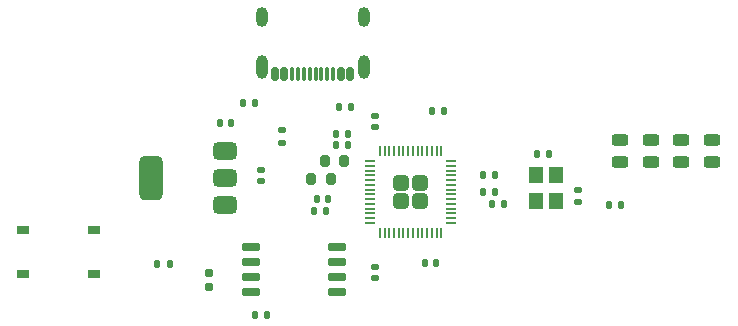
<source format=gtp>
G04 #@! TF.GenerationSoftware,KiCad,Pcbnew,8.0.4*
G04 #@! TF.CreationDate,2024-07-30T01:48:29-07:00*
G04 #@! TF.ProjectId,leverless_controller_3board,6c657665-726c-4657-9373-5f636f6e7472,rev?*
G04 #@! TF.SameCoordinates,Original*
G04 #@! TF.FileFunction,Paste,Top*
G04 #@! TF.FilePolarity,Positive*
%FSLAX46Y46*%
G04 Gerber Fmt 4.6, Leading zero omitted, Abs format (unit mm)*
G04 Created by KiCad (PCBNEW 8.0.4) date 2024-07-30 01:48:29*
%MOMM*%
%LPD*%
G01*
G04 APERTURE LIST*
G04 Aperture macros list*
%AMRoundRect*
0 Rectangle with rounded corners*
0 $1 Rounding radius*
0 $2 $3 $4 $5 $6 $7 $8 $9 X,Y pos of 4 corners*
0 Add a 4 corners polygon primitive as box body*
4,1,4,$2,$3,$4,$5,$6,$7,$8,$9,$2,$3,0*
0 Add four circle primitives for the rounded corners*
1,1,$1+$1,$2,$3*
1,1,$1+$1,$4,$5*
1,1,$1+$1,$6,$7*
1,1,$1+$1,$8,$9*
0 Add four rect primitives between the rounded corners*
20,1,$1+$1,$2,$3,$4,$5,0*
20,1,$1+$1,$4,$5,$6,$7,0*
20,1,$1+$1,$6,$7,$8,$9,0*
20,1,$1+$1,$8,$9,$2,$3,0*%
G04 Aperture macros list end*
%ADD10R,1.200000X1.400000*%
%ADD11RoundRect,0.243750X0.456250X-0.243750X0.456250X0.243750X-0.456250X0.243750X-0.456250X-0.243750X0*%
%ADD12RoundRect,0.140000X0.140000X0.170000X-0.140000X0.170000X-0.140000X-0.170000X0.140000X-0.170000X0*%
%ADD13RoundRect,0.140000X-0.140000X-0.170000X0.140000X-0.170000X0.140000X0.170000X-0.140000X0.170000X0*%
%ADD14R,1.000000X0.750000*%
%ADD15RoundRect,0.135000X0.135000X0.185000X-0.135000X0.185000X-0.135000X-0.185000X0.135000X-0.185000X0*%
%ADD16RoundRect,0.135000X-0.135000X-0.185000X0.135000X-0.185000X0.135000X0.185000X-0.135000X0.185000X0*%
%ADD17RoundRect,0.135000X-0.185000X0.135000X-0.185000X-0.135000X0.185000X-0.135000X0.185000X0.135000X0*%
%ADD18RoundRect,0.500000X0.500000X1.400000X-0.500000X1.400000X-0.500000X-1.400000X0.500000X-1.400000X0*%
%ADD19RoundRect,0.375000X0.625000X0.375000X-0.625000X0.375000X-0.625000X-0.375000X0.625000X-0.375000X0*%
%ADD20RoundRect,0.140000X0.170000X-0.140000X0.170000X0.140000X-0.170000X0.140000X-0.170000X-0.140000X0*%
%ADD21RoundRect,0.140000X-0.170000X0.140000X-0.170000X-0.140000X0.170000X-0.140000X0.170000X0.140000X0*%
%ADD22RoundRect,0.200000X-0.200000X-0.275000X0.200000X-0.275000X0.200000X0.275000X-0.200000X0.275000X0*%
%ADD23RoundRect,0.160000X-0.160000X0.197500X-0.160000X-0.197500X0.160000X-0.197500X0.160000X0.197500X0*%
%ADD24RoundRect,0.249999X0.395001X-0.395001X0.395001X0.395001X-0.395001X0.395001X-0.395001X-0.395001X0*%
%ADD25RoundRect,0.050000X0.050000X-0.387500X0.050000X0.387500X-0.050000X0.387500X-0.050000X-0.387500X0*%
%ADD26RoundRect,0.050000X0.387500X-0.050000X0.387500X0.050000X-0.387500X0.050000X-0.387500X-0.050000X0*%
%ADD27RoundRect,0.150000X0.150000X0.420000X-0.150000X0.420000X-0.150000X-0.420000X0.150000X-0.420000X0*%
%ADD28RoundRect,0.075000X0.075000X0.495000X-0.075000X0.495000X-0.075000X-0.495000X0.075000X-0.495000X0*%
%ADD29O,1.000000X2.000000*%
%ADD30O,1.000000X1.700000*%
%ADD31RoundRect,0.150000X0.650000X0.150000X-0.650000X0.150000X-0.650000X-0.150000X0.650000X-0.150000X0*%
G04 APERTURE END LIST*
D10*
G04 #@! TO.C,Y1*
X96996000Y-37630000D03*
X96996000Y-35430000D03*
X95296000Y-35430000D03*
X95296000Y-37630000D03*
G04 #@! TD*
D11*
G04 #@! TO.C,D4*
X110190000Y-34350000D03*
X110190000Y-32475000D03*
G04 #@! TD*
D12*
G04 #@! TO.C,C9*
X77480000Y-38500000D03*
X76520000Y-38500000D03*
G04 #@! TD*
G04 #@! TO.C,C7*
X79360000Y-31930000D03*
X78400000Y-31930000D03*
G04 #@! TD*
D11*
G04 #@! TO.C,D2*
X105010000Y-34350000D03*
X105010000Y-32475000D03*
G04 #@! TD*
D13*
G04 #@! TO.C,C8*
X90840000Y-35430000D03*
X91800000Y-35430000D03*
G04 #@! TD*
D14*
G04 #@! TO.C,SW1*
X51905000Y-40055000D03*
X57905000Y-40055000D03*
X51905000Y-43805000D03*
X57905000Y-43805000D03*
G04 #@! TD*
D15*
G04 #@! TO.C,R4*
X92590000Y-37856000D03*
X91570000Y-37856000D03*
G04 #@! TD*
D11*
G04 #@! TO.C,D1*
X102420000Y-34350000D03*
X102420000Y-32475000D03*
G04 #@! TD*
D13*
G04 #@! TO.C,C15*
X86520000Y-30000000D03*
X87480000Y-30000000D03*
G04 #@! TD*
D16*
G04 #@! TO.C,R5*
X63251000Y-42936000D03*
X64271000Y-42936000D03*
G04 #@! TD*
D17*
G04 #@! TO.C,R2*
X73822000Y-31668000D03*
X73822000Y-32688000D03*
G04 #@! TD*
D18*
G04 #@! TO.C,U2*
X62672000Y-35678000D03*
D19*
X68972000Y-37978000D03*
X68972000Y-35678000D03*
X68972000Y-33378000D03*
G04 #@! TD*
D20*
G04 #@! TO.C,C11*
X81700000Y-31380000D03*
X81700000Y-30420000D03*
G04 #@! TD*
D12*
G04 #@! TO.C,C10*
X77730000Y-37500000D03*
X76770000Y-37500000D03*
G04 #@! TD*
G04 #@! TO.C,C6*
X79360000Y-32930000D03*
X78400000Y-32930000D03*
G04 #@! TD*
D21*
G04 #@! TO.C,C12*
X81630000Y-43200000D03*
X81630000Y-44160000D03*
G04 #@! TD*
G04 #@! TO.C,C3*
X98852000Y-36728000D03*
X98852000Y-37688000D03*
G04 #@! TD*
D22*
G04 #@! TO.C,R7*
X77425000Y-34250000D03*
X79075000Y-34250000D03*
G04 #@! TD*
D23*
G04 #@! TO.C,R6*
X67571000Y-43735500D03*
X67571000Y-44930500D03*
G04 #@! TD*
D13*
G04 #@! TO.C,C5*
X71536000Y-47254000D03*
X72496000Y-47254000D03*
G04 #@! TD*
D11*
G04 #@! TO.C,D3*
X107600000Y-34350000D03*
X107600000Y-32475000D03*
G04 #@! TD*
D13*
G04 #@! TO.C,C13*
X85900000Y-42930000D03*
X86860000Y-42930000D03*
G04 #@! TD*
D24*
G04 #@! TO.C,U1*
X83878000Y-37678000D03*
X85478000Y-37678000D03*
X83878000Y-36078000D03*
X85478000Y-36078000D03*
D25*
X82078000Y-40315500D03*
X82478000Y-40315500D03*
X82878000Y-40315500D03*
X83278000Y-40315500D03*
X83678000Y-40315500D03*
X84078000Y-40315500D03*
X84478000Y-40315500D03*
X84878000Y-40315500D03*
X85278000Y-40315500D03*
X85678000Y-40315500D03*
X86078000Y-40315500D03*
X86478000Y-40315500D03*
X86878000Y-40315500D03*
X87278000Y-40315500D03*
D26*
X88115500Y-39478000D03*
X88115500Y-39078000D03*
X88115500Y-38678000D03*
X88115500Y-38278000D03*
X88115500Y-37878000D03*
X88115500Y-37478000D03*
X88115500Y-37078000D03*
X88115500Y-36678000D03*
X88115500Y-36278000D03*
X88115500Y-35878000D03*
X88115500Y-35478000D03*
X88115500Y-35078000D03*
X88115500Y-34678000D03*
X88115500Y-34278000D03*
D25*
X87278000Y-33440500D03*
X86878000Y-33440500D03*
X86478000Y-33440500D03*
X86078000Y-33440500D03*
X85678000Y-33440500D03*
X85278000Y-33440500D03*
X84878000Y-33440500D03*
X84478000Y-33440500D03*
X84078000Y-33440500D03*
X83678000Y-33440500D03*
X83278000Y-33440500D03*
X82878000Y-33440500D03*
X82478000Y-33440500D03*
X82078000Y-33440500D03*
D26*
X81240500Y-34278000D03*
X81240500Y-34678000D03*
X81240500Y-35078000D03*
X81240500Y-35478000D03*
X81240500Y-35878000D03*
X81240500Y-36278000D03*
X81240500Y-36678000D03*
X81240500Y-37078000D03*
X81240500Y-37478000D03*
X81240500Y-37878000D03*
X81240500Y-38278000D03*
X81240500Y-38678000D03*
X81240500Y-39078000D03*
X81240500Y-39478000D03*
G04 #@! TD*
D27*
G04 #@! TO.C,J1*
X79580000Y-26865000D03*
X78780000Y-26865000D03*
D28*
X77630000Y-26865000D03*
X76630000Y-26865000D03*
X76130000Y-26865000D03*
X75130000Y-26865000D03*
D27*
X73980000Y-26865000D03*
X73180000Y-26865000D03*
X73180000Y-26865000D03*
X73980000Y-26865000D03*
D28*
X74630000Y-26865000D03*
X75630000Y-26865000D03*
X77130000Y-26865000D03*
X78130000Y-26865000D03*
D27*
X78780000Y-26865000D03*
X79580000Y-26865000D03*
D29*
X80700000Y-26295000D03*
D30*
X80700000Y-22100000D03*
D29*
X72060000Y-26295000D03*
D30*
X72060000Y-22100000D03*
G04 #@! TD*
D13*
G04 #@! TO.C,C14*
X90840000Y-36840000D03*
X91800000Y-36840000D03*
G04 #@! TD*
D16*
G04 #@! TO.C,R3*
X78620000Y-29680000D03*
X79640000Y-29680000D03*
G04 #@! TD*
D22*
G04 #@! TO.C,R8*
X76250000Y-35800000D03*
X77900000Y-35800000D03*
G04 #@! TD*
D31*
G04 #@! TO.C,U3*
X78410000Y-45349000D03*
X78410000Y-44079000D03*
X78410000Y-42809000D03*
X78410000Y-41539000D03*
X71210000Y-41539000D03*
X71210000Y-42809000D03*
X71210000Y-44079000D03*
X71210000Y-45349000D03*
G04 #@! TD*
D15*
G04 #@! TO.C,R9*
X102510000Y-38000000D03*
X101490000Y-38000000D03*
G04 #@! TD*
D13*
G04 #@! TO.C,C1*
X68520000Y-31000000D03*
X69480000Y-31000000D03*
G04 #@! TD*
D20*
G04 #@! TO.C,C2*
X72000000Y-35980000D03*
X72000000Y-35020000D03*
G04 #@! TD*
D12*
G04 #@! TO.C,C4*
X96360000Y-33680000D03*
X95400000Y-33680000D03*
G04 #@! TD*
D16*
G04 #@! TO.C,R1*
X70490000Y-29347000D03*
X71510000Y-29347000D03*
G04 #@! TD*
M02*

</source>
